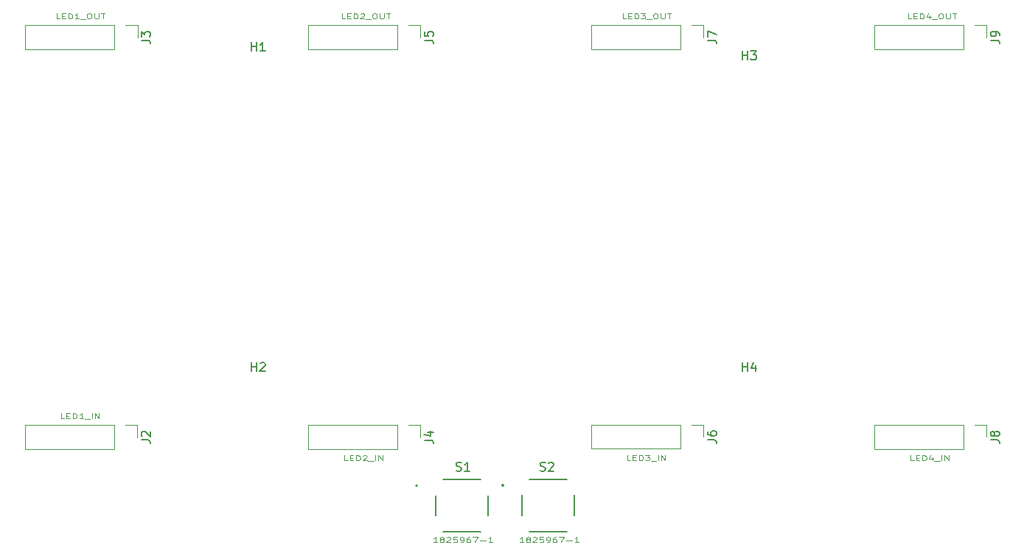
<source format=gbr>
%TF.GenerationSoftware,KiCad,Pcbnew,9.0.5*%
%TF.CreationDate,2025-11-01T23:40:51+06:00*%
%TF.ProjectId,led_matrix_array,6c65645f-6d61-4747-9269-785f61727261,1.0*%
%TF.SameCoordinates,Original*%
%TF.FileFunction,Legend,Top*%
%TF.FilePolarity,Positive*%
%FSLAX46Y46*%
G04 Gerber Fmt 4.6, Leading zero omitted, Abs format (unit mm)*
G04 Created by KiCad (PCBNEW 9.0.5) date 2025-11-01 23:40:51*
%MOMM*%
%LPD*%
G01*
G04 APERTURE LIST*
%ADD10C,0.150000*%
%ADD11C,0.100000*%
%ADD12C,0.120000*%
%ADD13C,0.127000*%
%ADD14C,0.200000*%
G04 APERTURE END LIST*
D10*
X112119693Y-110145287D02*
X112119693Y-109145287D01*
X112119693Y-109621477D02*
X112691121Y-109621477D01*
X112691121Y-110145287D02*
X112691121Y-109145287D01*
X113119693Y-109240525D02*
X113167312Y-109192906D01*
X113167312Y-109192906D02*
X113262550Y-109145287D01*
X113262550Y-109145287D02*
X113500645Y-109145287D01*
X113500645Y-109145287D02*
X113595883Y-109192906D01*
X113595883Y-109192906D02*
X113643502Y-109240525D01*
X113643502Y-109240525D02*
X113691121Y-109335763D01*
X113691121Y-109335763D02*
X113691121Y-109431001D01*
X113691121Y-109431001D02*
X113643502Y-109573858D01*
X113643502Y-109573858D02*
X113072074Y-110145287D01*
X113072074Y-110145287D02*
X113691121Y-110145287D01*
X168514436Y-110145287D02*
X168514436Y-109145287D01*
X168514436Y-109621477D02*
X169085864Y-109621477D01*
X169085864Y-110145287D02*
X169085864Y-109145287D01*
X169990626Y-109478620D02*
X169990626Y-110145287D01*
X169752531Y-109097668D02*
X169514436Y-109811953D01*
X169514436Y-109811953D02*
X170133483Y-109811953D01*
X164498410Y-72079307D02*
X165212695Y-72079307D01*
X165212695Y-72079307D02*
X165355552Y-72126926D01*
X165355552Y-72126926D02*
X165450791Y-72222164D01*
X165450791Y-72222164D02*
X165498410Y-72365021D01*
X165498410Y-72365021D02*
X165498410Y-72460259D01*
X164498410Y-71698354D02*
X164498410Y-71031688D01*
X164498410Y-71031688D02*
X165498410Y-71460259D01*
D11*
X155137142Y-69614371D02*
X154756190Y-69614371D01*
X154756190Y-69614371D02*
X154756190Y-69014371D01*
X155403809Y-69300085D02*
X155670475Y-69300085D01*
X155784761Y-69614371D02*
X155403809Y-69614371D01*
X155403809Y-69614371D02*
X155403809Y-69014371D01*
X155403809Y-69014371D02*
X155784761Y-69014371D01*
X156127619Y-69614371D02*
X156127619Y-69014371D01*
X156127619Y-69014371D02*
X156318095Y-69014371D01*
X156318095Y-69014371D02*
X156432381Y-69042942D01*
X156432381Y-69042942D02*
X156508571Y-69100085D01*
X156508571Y-69100085D02*
X156546666Y-69157228D01*
X156546666Y-69157228D02*
X156584762Y-69271514D01*
X156584762Y-69271514D02*
X156584762Y-69357228D01*
X156584762Y-69357228D02*
X156546666Y-69471514D01*
X156546666Y-69471514D02*
X156508571Y-69528657D01*
X156508571Y-69528657D02*
X156432381Y-69585800D01*
X156432381Y-69585800D02*
X156318095Y-69614371D01*
X156318095Y-69614371D02*
X156127619Y-69614371D01*
X156851428Y-69014371D02*
X157346666Y-69014371D01*
X157346666Y-69014371D02*
X157080000Y-69242942D01*
X157080000Y-69242942D02*
X157194285Y-69242942D01*
X157194285Y-69242942D02*
X157270476Y-69271514D01*
X157270476Y-69271514D02*
X157308571Y-69300085D01*
X157308571Y-69300085D02*
X157346666Y-69357228D01*
X157346666Y-69357228D02*
X157346666Y-69500085D01*
X157346666Y-69500085D02*
X157308571Y-69557228D01*
X157308571Y-69557228D02*
X157270476Y-69585800D01*
X157270476Y-69585800D02*
X157194285Y-69614371D01*
X157194285Y-69614371D02*
X156965714Y-69614371D01*
X156965714Y-69614371D02*
X156889523Y-69585800D01*
X156889523Y-69585800D02*
X156851428Y-69557228D01*
X157499048Y-69671514D02*
X158108571Y-69671514D01*
X158451429Y-69014371D02*
X158603810Y-69014371D01*
X158603810Y-69014371D02*
X158680000Y-69042942D01*
X158680000Y-69042942D02*
X158756191Y-69100085D01*
X158756191Y-69100085D02*
X158794286Y-69214371D01*
X158794286Y-69214371D02*
X158794286Y-69414371D01*
X158794286Y-69414371D02*
X158756191Y-69528657D01*
X158756191Y-69528657D02*
X158680000Y-69585800D01*
X158680000Y-69585800D02*
X158603810Y-69614371D01*
X158603810Y-69614371D02*
X158451429Y-69614371D01*
X158451429Y-69614371D02*
X158375238Y-69585800D01*
X158375238Y-69585800D02*
X158299048Y-69528657D01*
X158299048Y-69528657D02*
X158260952Y-69414371D01*
X158260952Y-69414371D02*
X158260952Y-69214371D01*
X158260952Y-69214371D02*
X158299048Y-69100085D01*
X158299048Y-69100085D02*
X158375238Y-69042942D01*
X158375238Y-69042942D02*
X158451429Y-69014371D01*
X159137143Y-69014371D02*
X159137143Y-69500085D01*
X159137143Y-69500085D02*
X159175238Y-69557228D01*
X159175238Y-69557228D02*
X159213333Y-69585800D01*
X159213333Y-69585800D02*
X159289524Y-69614371D01*
X159289524Y-69614371D02*
X159441905Y-69614371D01*
X159441905Y-69614371D02*
X159518095Y-69585800D01*
X159518095Y-69585800D02*
X159556190Y-69557228D01*
X159556190Y-69557228D02*
X159594286Y-69500085D01*
X159594286Y-69500085D02*
X159594286Y-69014371D01*
X159860952Y-69014371D02*
X160318095Y-69014371D01*
X160089523Y-69614371D02*
X160089523Y-69014371D01*
D10*
X197009151Y-118037665D02*
X197723436Y-118037665D01*
X197723436Y-118037665D02*
X197866293Y-118085284D01*
X197866293Y-118085284D02*
X197961532Y-118180522D01*
X197961532Y-118180522D02*
X198009151Y-118323379D01*
X198009151Y-118323379D02*
X198009151Y-118418617D01*
X197437722Y-117418617D02*
X197390103Y-117513855D01*
X197390103Y-117513855D02*
X197342484Y-117561474D01*
X197342484Y-117561474D02*
X197247246Y-117609093D01*
X197247246Y-117609093D02*
X197199627Y-117609093D01*
X197199627Y-117609093D02*
X197104389Y-117561474D01*
X197104389Y-117561474D02*
X197056770Y-117513855D01*
X197056770Y-117513855D02*
X197009151Y-117418617D01*
X197009151Y-117418617D02*
X197009151Y-117228141D01*
X197009151Y-117228141D02*
X197056770Y-117132903D01*
X197056770Y-117132903D02*
X197104389Y-117085284D01*
X197104389Y-117085284D02*
X197199627Y-117037665D01*
X197199627Y-117037665D02*
X197247246Y-117037665D01*
X197247246Y-117037665D02*
X197342484Y-117085284D01*
X197342484Y-117085284D02*
X197390103Y-117132903D01*
X197390103Y-117132903D02*
X197437722Y-117228141D01*
X197437722Y-117228141D02*
X197437722Y-117418617D01*
X197437722Y-117418617D02*
X197485341Y-117513855D01*
X197485341Y-117513855D02*
X197532960Y-117561474D01*
X197532960Y-117561474D02*
X197628198Y-117609093D01*
X197628198Y-117609093D02*
X197818674Y-117609093D01*
X197818674Y-117609093D02*
X197913912Y-117561474D01*
X197913912Y-117561474D02*
X197961532Y-117513855D01*
X197961532Y-117513855D02*
X198009151Y-117418617D01*
X198009151Y-117418617D02*
X198009151Y-117228141D01*
X198009151Y-117228141D02*
X197961532Y-117132903D01*
X197961532Y-117132903D02*
X197913912Y-117085284D01*
X197913912Y-117085284D02*
X197818674Y-117037665D01*
X197818674Y-117037665D02*
X197628198Y-117037665D01*
X197628198Y-117037665D02*
X197532960Y-117085284D01*
X197532960Y-117085284D02*
X197485341Y-117132903D01*
X197485341Y-117132903D02*
X197437722Y-117228141D01*
D11*
X188182476Y-120414371D02*
X187801524Y-120414371D01*
X187801524Y-120414371D02*
X187801524Y-119814371D01*
X188449143Y-120100085D02*
X188715809Y-120100085D01*
X188830095Y-120414371D02*
X188449143Y-120414371D01*
X188449143Y-120414371D02*
X188449143Y-119814371D01*
X188449143Y-119814371D02*
X188830095Y-119814371D01*
X189172953Y-120414371D02*
X189172953Y-119814371D01*
X189172953Y-119814371D02*
X189363429Y-119814371D01*
X189363429Y-119814371D02*
X189477715Y-119842942D01*
X189477715Y-119842942D02*
X189553905Y-119900085D01*
X189553905Y-119900085D02*
X189592000Y-119957228D01*
X189592000Y-119957228D02*
X189630096Y-120071514D01*
X189630096Y-120071514D02*
X189630096Y-120157228D01*
X189630096Y-120157228D02*
X189592000Y-120271514D01*
X189592000Y-120271514D02*
X189553905Y-120328657D01*
X189553905Y-120328657D02*
X189477715Y-120385800D01*
X189477715Y-120385800D02*
X189363429Y-120414371D01*
X189363429Y-120414371D02*
X189172953Y-120414371D01*
X190315810Y-120014371D02*
X190315810Y-120414371D01*
X190125334Y-119785800D02*
X189934857Y-120214371D01*
X189934857Y-120214371D02*
X190430096Y-120214371D01*
X190544382Y-120471514D02*
X191153905Y-120471514D01*
X191344382Y-120414371D02*
X191344382Y-119814371D01*
X191725334Y-120414371D02*
X191725334Y-119814371D01*
X191725334Y-119814371D02*
X192182477Y-120414371D01*
X192182477Y-120414371D02*
X192182477Y-119814371D01*
D10*
X112127091Y-73311203D02*
X112127091Y-72311203D01*
X112127091Y-72787393D02*
X112698519Y-72787393D01*
X112698519Y-73311203D02*
X112698519Y-72311203D01*
X113698519Y-73311203D02*
X113127091Y-73311203D01*
X113412805Y-73311203D02*
X113412805Y-72311203D01*
X113412805Y-72311203D02*
X113317567Y-72454060D01*
X113317567Y-72454060D02*
X113222329Y-72549298D01*
X113222329Y-72549298D02*
X113127091Y-72596917D01*
X99470816Y-118050274D02*
X100185101Y-118050274D01*
X100185101Y-118050274D02*
X100327958Y-118097893D01*
X100327958Y-118097893D02*
X100423197Y-118193131D01*
X100423197Y-118193131D02*
X100470816Y-118335988D01*
X100470816Y-118335988D02*
X100470816Y-118431226D01*
X99566054Y-117621702D02*
X99518435Y-117574083D01*
X99518435Y-117574083D02*
X99470816Y-117478845D01*
X99470816Y-117478845D02*
X99470816Y-117240750D01*
X99470816Y-117240750D02*
X99518435Y-117145512D01*
X99518435Y-117145512D02*
X99566054Y-117097893D01*
X99566054Y-117097893D02*
X99661292Y-117050274D01*
X99661292Y-117050274D02*
X99756530Y-117050274D01*
X99756530Y-117050274D02*
X99899387Y-117097893D01*
X99899387Y-117097893D02*
X100470816Y-117669321D01*
X100470816Y-117669321D02*
X100470816Y-117050274D01*
D11*
X90613418Y-115577239D02*
X90232466Y-115577239D01*
X90232466Y-115577239D02*
X90232466Y-114977239D01*
X90880085Y-115262953D02*
X91146751Y-115262953D01*
X91261037Y-115577239D02*
X90880085Y-115577239D01*
X90880085Y-115577239D02*
X90880085Y-114977239D01*
X90880085Y-114977239D02*
X91261037Y-114977239D01*
X91603895Y-115577239D02*
X91603895Y-114977239D01*
X91603895Y-114977239D02*
X91794371Y-114977239D01*
X91794371Y-114977239D02*
X91908657Y-115005810D01*
X91908657Y-115005810D02*
X91984847Y-115062953D01*
X91984847Y-115062953D02*
X92022942Y-115120096D01*
X92022942Y-115120096D02*
X92061038Y-115234382D01*
X92061038Y-115234382D02*
X92061038Y-115320096D01*
X92061038Y-115320096D02*
X92022942Y-115434382D01*
X92022942Y-115434382D02*
X91984847Y-115491525D01*
X91984847Y-115491525D02*
X91908657Y-115548668D01*
X91908657Y-115548668D02*
X91794371Y-115577239D01*
X91794371Y-115577239D02*
X91603895Y-115577239D01*
X92822942Y-115577239D02*
X92365799Y-115577239D01*
X92594371Y-115577239D02*
X92594371Y-114977239D01*
X92594371Y-114977239D02*
X92518180Y-115062953D01*
X92518180Y-115062953D02*
X92441990Y-115120096D01*
X92441990Y-115120096D02*
X92365799Y-115148668D01*
X92975324Y-115634382D02*
X93584847Y-115634382D01*
X93775324Y-115577239D02*
X93775324Y-114977239D01*
X94156276Y-115577239D02*
X94156276Y-114977239D01*
X94156276Y-114977239D02*
X94613419Y-115577239D01*
X94613419Y-115577239D02*
X94613419Y-114977239D01*
D10*
X135636095Y-121565200D02*
X135778952Y-121612819D01*
X135778952Y-121612819D02*
X136017047Y-121612819D01*
X136017047Y-121612819D02*
X136112285Y-121565200D01*
X136112285Y-121565200D02*
X136159904Y-121517580D01*
X136159904Y-121517580D02*
X136207523Y-121422342D01*
X136207523Y-121422342D02*
X136207523Y-121327104D01*
X136207523Y-121327104D02*
X136159904Y-121231866D01*
X136159904Y-121231866D02*
X136112285Y-121184247D01*
X136112285Y-121184247D02*
X136017047Y-121136628D01*
X136017047Y-121136628D02*
X135826571Y-121089009D01*
X135826571Y-121089009D02*
X135731333Y-121041390D01*
X135731333Y-121041390D02*
X135683714Y-120993771D01*
X135683714Y-120993771D02*
X135636095Y-120898533D01*
X135636095Y-120898533D02*
X135636095Y-120803295D01*
X135636095Y-120803295D02*
X135683714Y-120708057D01*
X135683714Y-120708057D02*
X135731333Y-120660438D01*
X135731333Y-120660438D02*
X135826571Y-120612819D01*
X135826571Y-120612819D02*
X136064666Y-120612819D01*
X136064666Y-120612819D02*
X136207523Y-120660438D01*
X137159904Y-121612819D02*
X136588476Y-121612819D01*
X136874190Y-121612819D02*
X136874190Y-120612819D01*
X136874190Y-120612819D02*
X136778952Y-120755676D01*
X136778952Y-120755676D02*
X136683714Y-120850914D01*
X136683714Y-120850914D02*
X136588476Y-120898533D01*
D11*
X133464665Y-129812371D02*
X133007522Y-129812371D01*
X133236094Y-129812371D02*
X133236094Y-129212371D01*
X133236094Y-129212371D02*
X133159903Y-129298085D01*
X133159903Y-129298085D02*
X133083713Y-129355228D01*
X133083713Y-129355228D02*
X133007522Y-129383800D01*
X133921808Y-129469514D02*
X133845618Y-129440942D01*
X133845618Y-129440942D02*
X133807523Y-129412371D01*
X133807523Y-129412371D02*
X133769427Y-129355228D01*
X133769427Y-129355228D02*
X133769427Y-129326657D01*
X133769427Y-129326657D02*
X133807523Y-129269514D01*
X133807523Y-129269514D02*
X133845618Y-129240942D01*
X133845618Y-129240942D02*
X133921808Y-129212371D01*
X133921808Y-129212371D02*
X134074189Y-129212371D01*
X134074189Y-129212371D02*
X134150380Y-129240942D01*
X134150380Y-129240942D02*
X134188475Y-129269514D01*
X134188475Y-129269514D02*
X134226570Y-129326657D01*
X134226570Y-129326657D02*
X134226570Y-129355228D01*
X134226570Y-129355228D02*
X134188475Y-129412371D01*
X134188475Y-129412371D02*
X134150380Y-129440942D01*
X134150380Y-129440942D02*
X134074189Y-129469514D01*
X134074189Y-129469514D02*
X133921808Y-129469514D01*
X133921808Y-129469514D02*
X133845618Y-129498085D01*
X133845618Y-129498085D02*
X133807523Y-129526657D01*
X133807523Y-129526657D02*
X133769427Y-129583800D01*
X133769427Y-129583800D02*
X133769427Y-129698085D01*
X133769427Y-129698085D02*
X133807523Y-129755228D01*
X133807523Y-129755228D02*
X133845618Y-129783800D01*
X133845618Y-129783800D02*
X133921808Y-129812371D01*
X133921808Y-129812371D02*
X134074189Y-129812371D01*
X134074189Y-129812371D02*
X134150380Y-129783800D01*
X134150380Y-129783800D02*
X134188475Y-129755228D01*
X134188475Y-129755228D02*
X134226570Y-129698085D01*
X134226570Y-129698085D02*
X134226570Y-129583800D01*
X134226570Y-129583800D02*
X134188475Y-129526657D01*
X134188475Y-129526657D02*
X134150380Y-129498085D01*
X134150380Y-129498085D02*
X134074189Y-129469514D01*
X134531332Y-129269514D02*
X134569428Y-129240942D01*
X134569428Y-129240942D02*
X134645618Y-129212371D01*
X134645618Y-129212371D02*
X134836094Y-129212371D01*
X134836094Y-129212371D02*
X134912285Y-129240942D01*
X134912285Y-129240942D02*
X134950380Y-129269514D01*
X134950380Y-129269514D02*
X134988475Y-129326657D01*
X134988475Y-129326657D02*
X134988475Y-129383800D01*
X134988475Y-129383800D02*
X134950380Y-129469514D01*
X134950380Y-129469514D02*
X134493237Y-129812371D01*
X134493237Y-129812371D02*
X134988475Y-129812371D01*
X135712285Y-129212371D02*
X135331333Y-129212371D01*
X135331333Y-129212371D02*
X135293237Y-129498085D01*
X135293237Y-129498085D02*
X135331333Y-129469514D01*
X135331333Y-129469514D02*
X135407523Y-129440942D01*
X135407523Y-129440942D02*
X135597999Y-129440942D01*
X135597999Y-129440942D02*
X135674190Y-129469514D01*
X135674190Y-129469514D02*
X135712285Y-129498085D01*
X135712285Y-129498085D02*
X135750380Y-129555228D01*
X135750380Y-129555228D02*
X135750380Y-129698085D01*
X135750380Y-129698085D02*
X135712285Y-129755228D01*
X135712285Y-129755228D02*
X135674190Y-129783800D01*
X135674190Y-129783800D02*
X135597999Y-129812371D01*
X135597999Y-129812371D02*
X135407523Y-129812371D01*
X135407523Y-129812371D02*
X135331333Y-129783800D01*
X135331333Y-129783800D02*
X135293237Y-129755228D01*
X136131333Y-129812371D02*
X136283714Y-129812371D01*
X136283714Y-129812371D02*
X136359904Y-129783800D01*
X136359904Y-129783800D02*
X136398000Y-129755228D01*
X136398000Y-129755228D02*
X136474190Y-129669514D01*
X136474190Y-129669514D02*
X136512285Y-129555228D01*
X136512285Y-129555228D02*
X136512285Y-129326657D01*
X136512285Y-129326657D02*
X136474190Y-129269514D01*
X136474190Y-129269514D02*
X136436095Y-129240942D01*
X136436095Y-129240942D02*
X136359904Y-129212371D01*
X136359904Y-129212371D02*
X136207523Y-129212371D01*
X136207523Y-129212371D02*
X136131333Y-129240942D01*
X136131333Y-129240942D02*
X136093238Y-129269514D01*
X136093238Y-129269514D02*
X136055142Y-129326657D01*
X136055142Y-129326657D02*
X136055142Y-129469514D01*
X136055142Y-129469514D02*
X136093238Y-129526657D01*
X136093238Y-129526657D02*
X136131333Y-129555228D01*
X136131333Y-129555228D02*
X136207523Y-129583800D01*
X136207523Y-129583800D02*
X136359904Y-129583800D01*
X136359904Y-129583800D02*
X136436095Y-129555228D01*
X136436095Y-129555228D02*
X136474190Y-129526657D01*
X136474190Y-129526657D02*
X136512285Y-129469514D01*
X137198000Y-129212371D02*
X137045619Y-129212371D01*
X137045619Y-129212371D02*
X136969428Y-129240942D01*
X136969428Y-129240942D02*
X136931333Y-129269514D01*
X136931333Y-129269514D02*
X136855143Y-129355228D01*
X136855143Y-129355228D02*
X136817047Y-129469514D01*
X136817047Y-129469514D02*
X136817047Y-129698085D01*
X136817047Y-129698085D02*
X136855143Y-129755228D01*
X136855143Y-129755228D02*
X136893238Y-129783800D01*
X136893238Y-129783800D02*
X136969428Y-129812371D01*
X136969428Y-129812371D02*
X137121809Y-129812371D01*
X137121809Y-129812371D02*
X137198000Y-129783800D01*
X137198000Y-129783800D02*
X137236095Y-129755228D01*
X137236095Y-129755228D02*
X137274190Y-129698085D01*
X137274190Y-129698085D02*
X137274190Y-129555228D01*
X137274190Y-129555228D02*
X137236095Y-129498085D01*
X137236095Y-129498085D02*
X137198000Y-129469514D01*
X137198000Y-129469514D02*
X137121809Y-129440942D01*
X137121809Y-129440942D02*
X136969428Y-129440942D01*
X136969428Y-129440942D02*
X136893238Y-129469514D01*
X136893238Y-129469514D02*
X136855143Y-129498085D01*
X136855143Y-129498085D02*
X136817047Y-129555228D01*
X137540857Y-129212371D02*
X138074191Y-129212371D01*
X138074191Y-129212371D02*
X137731333Y-129812371D01*
X138378953Y-129583800D02*
X138988477Y-129583800D01*
X139788476Y-129812371D02*
X139331333Y-129812371D01*
X139559905Y-129812371D02*
X139559905Y-129212371D01*
X139559905Y-129212371D02*
X139483714Y-129298085D01*
X139483714Y-129298085D02*
X139407524Y-129355228D01*
X139407524Y-129355228D02*
X139331333Y-129383800D01*
D10*
X131988371Y-118053306D02*
X132702656Y-118053306D01*
X132702656Y-118053306D02*
X132845513Y-118100925D01*
X132845513Y-118100925D02*
X132940752Y-118196163D01*
X132940752Y-118196163D02*
X132988371Y-118339020D01*
X132988371Y-118339020D02*
X132988371Y-118434258D01*
X132321704Y-117148544D02*
X132988371Y-117148544D01*
X131940752Y-117386639D02*
X132655037Y-117624734D01*
X132655037Y-117624734D02*
X132655037Y-117005687D01*
D11*
X123158476Y-120414371D02*
X122777524Y-120414371D01*
X122777524Y-120414371D02*
X122777524Y-119814371D01*
X123425143Y-120100085D02*
X123691809Y-120100085D01*
X123806095Y-120414371D02*
X123425143Y-120414371D01*
X123425143Y-120414371D02*
X123425143Y-119814371D01*
X123425143Y-119814371D02*
X123806095Y-119814371D01*
X124148953Y-120414371D02*
X124148953Y-119814371D01*
X124148953Y-119814371D02*
X124339429Y-119814371D01*
X124339429Y-119814371D02*
X124453715Y-119842942D01*
X124453715Y-119842942D02*
X124529905Y-119900085D01*
X124529905Y-119900085D02*
X124568000Y-119957228D01*
X124568000Y-119957228D02*
X124606096Y-120071514D01*
X124606096Y-120071514D02*
X124606096Y-120157228D01*
X124606096Y-120157228D02*
X124568000Y-120271514D01*
X124568000Y-120271514D02*
X124529905Y-120328657D01*
X124529905Y-120328657D02*
X124453715Y-120385800D01*
X124453715Y-120385800D02*
X124339429Y-120414371D01*
X124339429Y-120414371D02*
X124148953Y-120414371D01*
X124910857Y-119871514D02*
X124948953Y-119842942D01*
X124948953Y-119842942D02*
X125025143Y-119814371D01*
X125025143Y-119814371D02*
X125215619Y-119814371D01*
X125215619Y-119814371D02*
X125291810Y-119842942D01*
X125291810Y-119842942D02*
X125329905Y-119871514D01*
X125329905Y-119871514D02*
X125368000Y-119928657D01*
X125368000Y-119928657D02*
X125368000Y-119985800D01*
X125368000Y-119985800D02*
X125329905Y-120071514D01*
X125329905Y-120071514D02*
X124872762Y-120414371D01*
X124872762Y-120414371D02*
X125368000Y-120414371D01*
X125520382Y-120471514D02*
X126129905Y-120471514D01*
X126320382Y-120414371D02*
X126320382Y-119814371D01*
X126701334Y-120414371D02*
X126701334Y-119814371D01*
X126701334Y-119814371D02*
X127158477Y-120414371D01*
X127158477Y-120414371D02*
X127158477Y-119814371D01*
D10*
X168514436Y-74328516D02*
X168514436Y-73328516D01*
X168514436Y-73804706D02*
X169085864Y-73804706D01*
X169085864Y-74328516D02*
X169085864Y-73328516D01*
X169466817Y-73328516D02*
X170085864Y-73328516D01*
X170085864Y-73328516D02*
X169752531Y-73709468D01*
X169752531Y-73709468D02*
X169895388Y-73709468D01*
X169895388Y-73709468D02*
X169990626Y-73757087D01*
X169990626Y-73757087D02*
X170038245Y-73804706D01*
X170038245Y-73804706D02*
X170085864Y-73899944D01*
X170085864Y-73899944D02*
X170085864Y-74138039D01*
X170085864Y-74138039D02*
X170038245Y-74233277D01*
X170038245Y-74233277D02*
X169990626Y-74280897D01*
X169990626Y-74280897D02*
X169895388Y-74328516D01*
X169895388Y-74328516D02*
X169609674Y-74328516D01*
X169609674Y-74328516D02*
X169514436Y-74280897D01*
X169514436Y-74280897D02*
X169466817Y-74233277D01*
X131988371Y-72079307D02*
X132702656Y-72079307D01*
X132702656Y-72079307D02*
X132845513Y-72126926D01*
X132845513Y-72126926D02*
X132940752Y-72222164D01*
X132940752Y-72222164D02*
X132988371Y-72365021D01*
X132988371Y-72365021D02*
X132988371Y-72460259D01*
X131988371Y-71126926D02*
X131988371Y-71603116D01*
X131988371Y-71603116D02*
X132464561Y-71650735D01*
X132464561Y-71650735D02*
X132416942Y-71603116D01*
X132416942Y-71603116D02*
X132369323Y-71507878D01*
X132369323Y-71507878D02*
X132369323Y-71269783D01*
X132369323Y-71269783D02*
X132416942Y-71174545D01*
X132416942Y-71174545D02*
X132464561Y-71126926D01*
X132464561Y-71126926D02*
X132559799Y-71079307D01*
X132559799Y-71079307D02*
X132797894Y-71079307D01*
X132797894Y-71079307D02*
X132893132Y-71126926D01*
X132893132Y-71126926D02*
X132940752Y-71174545D01*
X132940752Y-71174545D02*
X132988371Y-71269783D01*
X132988371Y-71269783D02*
X132988371Y-71507878D01*
X132988371Y-71507878D02*
X132940752Y-71603116D01*
X132940752Y-71603116D02*
X132893132Y-71650735D01*
D11*
X122879142Y-69614371D02*
X122498190Y-69614371D01*
X122498190Y-69614371D02*
X122498190Y-69014371D01*
X123145809Y-69300085D02*
X123412475Y-69300085D01*
X123526761Y-69614371D02*
X123145809Y-69614371D01*
X123145809Y-69614371D02*
X123145809Y-69014371D01*
X123145809Y-69014371D02*
X123526761Y-69014371D01*
X123869619Y-69614371D02*
X123869619Y-69014371D01*
X123869619Y-69014371D02*
X124060095Y-69014371D01*
X124060095Y-69014371D02*
X124174381Y-69042942D01*
X124174381Y-69042942D02*
X124250571Y-69100085D01*
X124250571Y-69100085D02*
X124288666Y-69157228D01*
X124288666Y-69157228D02*
X124326762Y-69271514D01*
X124326762Y-69271514D02*
X124326762Y-69357228D01*
X124326762Y-69357228D02*
X124288666Y-69471514D01*
X124288666Y-69471514D02*
X124250571Y-69528657D01*
X124250571Y-69528657D02*
X124174381Y-69585800D01*
X124174381Y-69585800D02*
X124060095Y-69614371D01*
X124060095Y-69614371D02*
X123869619Y-69614371D01*
X124631523Y-69071514D02*
X124669619Y-69042942D01*
X124669619Y-69042942D02*
X124745809Y-69014371D01*
X124745809Y-69014371D02*
X124936285Y-69014371D01*
X124936285Y-69014371D02*
X125012476Y-69042942D01*
X125012476Y-69042942D02*
X125050571Y-69071514D01*
X125050571Y-69071514D02*
X125088666Y-69128657D01*
X125088666Y-69128657D02*
X125088666Y-69185800D01*
X125088666Y-69185800D02*
X125050571Y-69271514D01*
X125050571Y-69271514D02*
X124593428Y-69614371D01*
X124593428Y-69614371D02*
X125088666Y-69614371D01*
X125241048Y-69671514D02*
X125850571Y-69671514D01*
X126193429Y-69014371D02*
X126345810Y-69014371D01*
X126345810Y-69014371D02*
X126422000Y-69042942D01*
X126422000Y-69042942D02*
X126498191Y-69100085D01*
X126498191Y-69100085D02*
X126536286Y-69214371D01*
X126536286Y-69214371D02*
X126536286Y-69414371D01*
X126536286Y-69414371D02*
X126498191Y-69528657D01*
X126498191Y-69528657D02*
X126422000Y-69585800D01*
X126422000Y-69585800D02*
X126345810Y-69614371D01*
X126345810Y-69614371D02*
X126193429Y-69614371D01*
X126193429Y-69614371D02*
X126117238Y-69585800D01*
X126117238Y-69585800D02*
X126041048Y-69528657D01*
X126041048Y-69528657D02*
X126002952Y-69414371D01*
X126002952Y-69414371D02*
X126002952Y-69214371D01*
X126002952Y-69214371D02*
X126041048Y-69100085D01*
X126041048Y-69100085D02*
X126117238Y-69042942D01*
X126117238Y-69042942D02*
X126193429Y-69014371D01*
X126879143Y-69014371D02*
X126879143Y-69500085D01*
X126879143Y-69500085D02*
X126917238Y-69557228D01*
X126917238Y-69557228D02*
X126955333Y-69585800D01*
X126955333Y-69585800D02*
X127031524Y-69614371D01*
X127031524Y-69614371D02*
X127183905Y-69614371D01*
X127183905Y-69614371D02*
X127260095Y-69585800D01*
X127260095Y-69585800D02*
X127298190Y-69557228D01*
X127298190Y-69557228D02*
X127336286Y-69500085D01*
X127336286Y-69500085D02*
X127336286Y-69014371D01*
X127602952Y-69014371D02*
X128060095Y-69014371D01*
X127831523Y-69614371D02*
X127831523Y-69014371D01*
D10*
X145288095Y-121565200D02*
X145430952Y-121612819D01*
X145430952Y-121612819D02*
X145669047Y-121612819D01*
X145669047Y-121612819D02*
X145764285Y-121565200D01*
X145764285Y-121565200D02*
X145811904Y-121517580D01*
X145811904Y-121517580D02*
X145859523Y-121422342D01*
X145859523Y-121422342D02*
X145859523Y-121327104D01*
X145859523Y-121327104D02*
X145811904Y-121231866D01*
X145811904Y-121231866D02*
X145764285Y-121184247D01*
X145764285Y-121184247D02*
X145669047Y-121136628D01*
X145669047Y-121136628D02*
X145478571Y-121089009D01*
X145478571Y-121089009D02*
X145383333Y-121041390D01*
X145383333Y-121041390D02*
X145335714Y-120993771D01*
X145335714Y-120993771D02*
X145288095Y-120898533D01*
X145288095Y-120898533D02*
X145288095Y-120803295D01*
X145288095Y-120803295D02*
X145335714Y-120708057D01*
X145335714Y-120708057D02*
X145383333Y-120660438D01*
X145383333Y-120660438D02*
X145478571Y-120612819D01*
X145478571Y-120612819D02*
X145716666Y-120612819D01*
X145716666Y-120612819D02*
X145859523Y-120660438D01*
X146240476Y-120708057D02*
X146288095Y-120660438D01*
X146288095Y-120660438D02*
X146383333Y-120612819D01*
X146383333Y-120612819D02*
X146621428Y-120612819D01*
X146621428Y-120612819D02*
X146716666Y-120660438D01*
X146716666Y-120660438D02*
X146764285Y-120708057D01*
X146764285Y-120708057D02*
X146811904Y-120803295D01*
X146811904Y-120803295D02*
X146811904Y-120898533D01*
X146811904Y-120898533D02*
X146764285Y-121041390D01*
X146764285Y-121041390D02*
X146192857Y-121612819D01*
X146192857Y-121612819D02*
X146811904Y-121612819D01*
D11*
X143370665Y-129812371D02*
X142913522Y-129812371D01*
X143142094Y-129812371D02*
X143142094Y-129212371D01*
X143142094Y-129212371D02*
X143065903Y-129298085D01*
X143065903Y-129298085D02*
X142989713Y-129355228D01*
X142989713Y-129355228D02*
X142913522Y-129383800D01*
X143827808Y-129469514D02*
X143751618Y-129440942D01*
X143751618Y-129440942D02*
X143713523Y-129412371D01*
X143713523Y-129412371D02*
X143675427Y-129355228D01*
X143675427Y-129355228D02*
X143675427Y-129326657D01*
X143675427Y-129326657D02*
X143713523Y-129269514D01*
X143713523Y-129269514D02*
X143751618Y-129240942D01*
X143751618Y-129240942D02*
X143827808Y-129212371D01*
X143827808Y-129212371D02*
X143980189Y-129212371D01*
X143980189Y-129212371D02*
X144056380Y-129240942D01*
X144056380Y-129240942D02*
X144094475Y-129269514D01*
X144094475Y-129269514D02*
X144132570Y-129326657D01*
X144132570Y-129326657D02*
X144132570Y-129355228D01*
X144132570Y-129355228D02*
X144094475Y-129412371D01*
X144094475Y-129412371D02*
X144056380Y-129440942D01*
X144056380Y-129440942D02*
X143980189Y-129469514D01*
X143980189Y-129469514D02*
X143827808Y-129469514D01*
X143827808Y-129469514D02*
X143751618Y-129498085D01*
X143751618Y-129498085D02*
X143713523Y-129526657D01*
X143713523Y-129526657D02*
X143675427Y-129583800D01*
X143675427Y-129583800D02*
X143675427Y-129698085D01*
X143675427Y-129698085D02*
X143713523Y-129755228D01*
X143713523Y-129755228D02*
X143751618Y-129783800D01*
X143751618Y-129783800D02*
X143827808Y-129812371D01*
X143827808Y-129812371D02*
X143980189Y-129812371D01*
X143980189Y-129812371D02*
X144056380Y-129783800D01*
X144056380Y-129783800D02*
X144094475Y-129755228D01*
X144094475Y-129755228D02*
X144132570Y-129698085D01*
X144132570Y-129698085D02*
X144132570Y-129583800D01*
X144132570Y-129583800D02*
X144094475Y-129526657D01*
X144094475Y-129526657D02*
X144056380Y-129498085D01*
X144056380Y-129498085D02*
X143980189Y-129469514D01*
X144437332Y-129269514D02*
X144475428Y-129240942D01*
X144475428Y-129240942D02*
X144551618Y-129212371D01*
X144551618Y-129212371D02*
X144742094Y-129212371D01*
X144742094Y-129212371D02*
X144818285Y-129240942D01*
X144818285Y-129240942D02*
X144856380Y-129269514D01*
X144856380Y-129269514D02*
X144894475Y-129326657D01*
X144894475Y-129326657D02*
X144894475Y-129383800D01*
X144894475Y-129383800D02*
X144856380Y-129469514D01*
X144856380Y-129469514D02*
X144399237Y-129812371D01*
X144399237Y-129812371D02*
X144894475Y-129812371D01*
X145618285Y-129212371D02*
X145237333Y-129212371D01*
X145237333Y-129212371D02*
X145199237Y-129498085D01*
X145199237Y-129498085D02*
X145237333Y-129469514D01*
X145237333Y-129469514D02*
X145313523Y-129440942D01*
X145313523Y-129440942D02*
X145503999Y-129440942D01*
X145503999Y-129440942D02*
X145580190Y-129469514D01*
X145580190Y-129469514D02*
X145618285Y-129498085D01*
X145618285Y-129498085D02*
X145656380Y-129555228D01*
X145656380Y-129555228D02*
X145656380Y-129698085D01*
X145656380Y-129698085D02*
X145618285Y-129755228D01*
X145618285Y-129755228D02*
X145580190Y-129783800D01*
X145580190Y-129783800D02*
X145503999Y-129812371D01*
X145503999Y-129812371D02*
X145313523Y-129812371D01*
X145313523Y-129812371D02*
X145237333Y-129783800D01*
X145237333Y-129783800D02*
X145199237Y-129755228D01*
X146037333Y-129812371D02*
X146189714Y-129812371D01*
X146189714Y-129812371D02*
X146265904Y-129783800D01*
X146265904Y-129783800D02*
X146304000Y-129755228D01*
X146304000Y-129755228D02*
X146380190Y-129669514D01*
X146380190Y-129669514D02*
X146418285Y-129555228D01*
X146418285Y-129555228D02*
X146418285Y-129326657D01*
X146418285Y-129326657D02*
X146380190Y-129269514D01*
X146380190Y-129269514D02*
X146342095Y-129240942D01*
X146342095Y-129240942D02*
X146265904Y-129212371D01*
X146265904Y-129212371D02*
X146113523Y-129212371D01*
X146113523Y-129212371D02*
X146037333Y-129240942D01*
X146037333Y-129240942D02*
X145999238Y-129269514D01*
X145999238Y-129269514D02*
X145961142Y-129326657D01*
X145961142Y-129326657D02*
X145961142Y-129469514D01*
X145961142Y-129469514D02*
X145999238Y-129526657D01*
X145999238Y-129526657D02*
X146037333Y-129555228D01*
X146037333Y-129555228D02*
X146113523Y-129583800D01*
X146113523Y-129583800D02*
X146265904Y-129583800D01*
X146265904Y-129583800D02*
X146342095Y-129555228D01*
X146342095Y-129555228D02*
X146380190Y-129526657D01*
X146380190Y-129526657D02*
X146418285Y-129469514D01*
X147104000Y-129212371D02*
X146951619Y-129212371D01*
X146951619Y-129212371D02*
X146875428Y-129240942D01*
X146875428Y-129240942D02*
X146837333Y-129269514D01*
X146837333Y-129269514D02*
X146761143Y-129355228D01*
X146761143Y-129355228D02*
X146723047Y-129469514D01*
X146723047Y-129469514D02*
X146723047Y-129698085D01*
X146723047Y-129698085D02*
X146761143Y-129755228D01*
X146761143Y-129755228D02*
X146799238Y-129783800D01*
X146799238Y-129783800D02*
X146875428Y-129812371D01*
X146875428Y-129812371D02*
X147027809Y-129812371D01*
X147027809Y-129812371D02*
X147104000Y-129783800D01*
X147104000Y-129783800D02*
X147142095Y-129755228D01*
X147142095Y-129755228D02*
X147180190Y-129698085D01*
X147180190Y-129698085D02*
X147180190Y-129555228D01*
X147180190Y-129555228D02*
X147142095Y-129498085D01*
X147142095Y-129498085D02*
X147104000Y-129469514D01*
X147104000Y-129469514D02*
X147027809Y-129440942D01*
X147027809Y-129440942D02*
X146875428Y-129440942D01*
X146875428Y-129440942D02*
X146799238Y-129469514D01*
X146799238Y-129469514D02*
X146761143Y-129498085D01*
X146761143Y-129498085D02*
X146723047Y-129555228D01*
X147446857Y-129212371D02*
X147980191Y-129212371D01*
X147980191Y-129212371D02*
X147637333Y-129812371D01*
X148284953Y-129583800D02*
X148894477Y-129583800D01*
X149694476Y-129812371D02*
X149237333Y-129812371D01*
X149465905Y-129812371D02*
X149465905Y-129212371D01*
X149465905Y-129212371D02*
X149389714Y-129298085D01*
X149389714Y-129298085D02*
X149313524Y-129355228D01*
X149313524Y-129355228D02*
X149237333Y-129383800D01*
D10*
X197009151Y-72079307D02*
X197723436Y-72079307D01*
X197723436Y-72079307D02*
X197866293Y-72126926D01*
X197866293Y-72126926D02*
X197961532Y-72222164D01*
X197961532Y-72222164D02*
X198009151Y-72365021D01*
X198009151Y-72365021D02*
X198009151Y-72460259D01*
X198009151Y-71555497D02*
X198009151Y-71365021D01*
X198009151Y-71365021D02*
X197961532Y-71269783D01*
X197961532Y-71269783D02*
X197913912Y-71222164D01*
X197913912Y-71222164D02*
X197771055Y-71126926D01*
X197771055Y-71126926D02*
X197580579Y-71079307D01*
X197580579Y-71079307D02*
X197199627Y-71079307D01*
X197199627Y-71079307D02*
X197104389Y-71126926D01*
X197104389Y-71126926D02*
X197056770Y-71174545D01*
X197056770Y-71174545D02*
X197009151Y-71269783D01*
X197009151Y-71269783D02*
X197009151Y-71460259D01*
X197009151Y-71460259D02*
X197056770Y-71555497D01*
X197056770Y-71555497D02*
X197104389Y-71603116D01*
X197104389Y-71603116D02*
X197199627Y-71650735D01*
X197199627Y-71650735D02*
X197437722Y-71650735D01*
X197437722Y-71650735D02*
X197532960Y-71603116D01*
X197532960Y-71603116D02*
X197580579Y-71555497D01*
X197580579Y-71555497D02*
X197628198Y-71460259D01*
X197628198Y-71460259D02*
X197628198Y-71269783D01*
X197628198Y-71269783D02*
X197580579Y-71174545D01*
X197580579Y-71174545D02*
X197532960Y-71126926D01*
X197532960Y-71126926D02*
X197437722Y-71079307D01*
D11*
X187903142Y-69614371D02*
X187522190Y-69614371D01*
X187522190Y-69614371D02*
X187522190Y-69014371D01*
X188169809Y-69300085D02*
X188436475Y-69300085D01*
X188550761Y-69614371D02*
X188169809Y-69614371D01*
X188169809Y-69614371D02*
X188169809Y-69014371D01*
X188169809Y-69014371D02*
X188550761Y-69014371D01*
X188893619Y-69614371D02*
X188893619Y-69014371D01*
X188893619Y-69014371D02*
X189084095Y-69014371D01*
X189084095Y-69014371D02*
X189198381Y-69042942D01*
X189198381Y-69042942D02*
X189274571Y-69100085D01*
X189274571Y-69100085D02*
X189312666Y-69157228D01*
X189312666Y-69157228D02*
X189350762Y-69271514D01*
X189350762Y-69271514D02*
X189350762Y-69357228D01*
X189350762Y-69357228D02*
X189312666Y-69471514D01*
X189312666Y-69471514D02*
X189274571Y-69528657D01*
X189274571Y-69528657D02*
X189198381Y-69585800D01*
X189198381Y-69585800D02*
X189084095Y-69614371D01*
X189084095Y-69614371D02*
X188893619Y-69614371D01*
X190036476Y-69214371D02*
X190036476Y-69614371D01*
X189846000Y-68985800D02*
X189655523Y-69414371D01*
X189655523Y-69414371D02*
X190150762Y-69414371D01*
X190265048Y-69671514D02*
X190874571Y-69671514D01*
X191217429Y-69014371D02*
X191369810Y-69014371D01*
X191369810Y-69014371D02*
X191446000Y-69042942D01*
X191446000Y-69042942D02*
X191522191Y-69100085D01*
X191522191Y-69100085D02*
X191560286Y-69214371D01*
X191560286Y-69214371D02*
X191560286Y-69414371D01*
X191560286Y-69414371D02*
X191522191Y-69528657D01*
X191522191Y-69528657D02*
X191446000Y-69585800D01*
X191446000Y-69585800D02*
X191369810Y-69614371D01*
X191369810Y-69614371D02*
X191217429Y-69614371D01*
X191217429Y-69614371D02*
X191141238Y-69585800D01*
X191141238Y-69585800D02*
X191065048Y-69528657D01*
X191065048Y-69528657D02*
X191026952Y-69414371D01*
X191026952Y-69414371D02*
X191026952Y-69214371D01*
X191026952Y-69214371D02*
X191065048Y-69100085D01*
X191065048Y-69100085D02*
X191141238Y-69042942D01*
X191141238Y-69042942D02*
X191217429Y-69014371D01*
X191903143Y-69014371D02*
X191903143Y-69500085D01*
X191903143Y-69500085D02*
X191941238Y-69557228D01*
X191941238Y-69557228D02*
X191979333Y-69585800D01*
X191979333Y-69585800D02*
X192055524Y-69614371D01*
X192055524Y-69614371D02*
X192207905Y-69614371D01*
X192207905Y-69614371D02*
X192284095Y-69585800D01*
X192284095Y-69585800D02*
X192322190Y-69557228D01*
X192322190Y-69557228D02*
X192360286Y-69500085D01*
X192360286Y-69500085D02*
X192360286Y-69014371D01*
X192626952Y-69014371D02*
X193084095Y-69014371D01*
X192855523Y-69614371D02*
X192855523Y-69014371D01*
D10*
X99484363Y-72079307D02*
X100198648Y-72079307D01*
X100198648Y-72079307D02*
X100341505Y-72126926D01*
X100341505Y-72126926D02*
X100436744Y-72222164D01*
X100436744Y-72222164D02*
X100484363Y-72365021D01*
X100484363Y-72365021D02*
X100484363Y-72460259D01*
X99484363Y-71698354D02*
X99484363Y-71079307D01*
X99484363Y-71079307D02*
X99865315Y-71412640D01*
X99865315Y-71412640D02*
X99865315Y-71269783D01*
X99865315Y-71269783D02*
X99912934Y-71174545D01*
X99912934Y-71174545D02*
X99960553Y-71126926D01*
X99960553Y-71126926D02*
X100055791Y-71079307D01*
X100055791Y-71079307D02*
X100293886Y-71079307D01*
X100293886Y-71079307D02*
X100389124Y-71126926D01*
X100389124Y-71126926D02*
X100436744Y-71174545D01*
X100436744Y-71174545D02*
X100484363Y-71269783D01*
X100484363Y-71269783D02*
X100484363Y-71555497D01*
X100484363Y-71555497D02*
X100436744Y-71650735D01*
X100436744Y-71650735D02*
X100389124Y-71698354D01*
D11*
X90097895Y-69612650D02*
X89716943Y-69612650D01*
X89716943Y-69612650D02*
X89716943Y-69012650D01*
X90364562Y-69298364D02*
X90631228Y-69298364D01*
X90745514Y-69612650D02*
X90364562Y-69612650D01*
X90364562Y-69612650D02*
X90364562Y-69012650D01*
X90364562Y-69012650D02*
X90745514Y-69012650D01*
X91088372Y-69612650D02*
X91088372Y-69012650D01*
X91088372Y-69012650D02*
X91278848Y-69012650D01*
X91278848Y-69012650D02*
X91393134Y-69041221D01*
X91393134Y-69041221D02*
X91469324Y-69098364D01*
X91469324Y-69098364D02*
X91507419Y-69155507D01*
X91507419Y-69155507D02*
X91545515Y-69269793D01*
X91545515Y-69269793D02*
X91545515Y-69355507D01*
X91545515Y-69355507D02*
X91507419Y-69469793D01*
X91507419Y-69469793D02*
X91469324Y-69526936D01*
X91469324Y-69526936D02*
X91393134Y-69584079D01*
X91393134Y-69584079D02*
X91278848Y-69612650D01*
X91278848Y-69612650D02*
X91088372Y-69612650D01*
X92307419Y-69612650D02*
X91850276Y-69612650D01*
X92078848Y-69612650D02*
X92078848Y-69012650D01*
X92078848Y-69012650D02*
X92002657Y-69098364D01*
X92002657Y-69098364D02*
X91926467Y-69155507D01*
X91926467Y-69155507D02*
X91850276Y-69184079D01*
X92459801Y-69669793D02*
X93069324Y-69669793D01*
X93412182Y-69012650D02*
X93564563Y-69012650D01*
X93564563Y-69012650D02*
X93640753Y-69041221D01*
X93640753Y-69041221D02*
X93716944Y-69098364D01*
X93716944Y-69098364D02*
X93755039Y-69212650D01*
X93755039Y-69212650D02*
X93755039Y-69412650D01*
X93755039Y-69412650D02*
X93716944Y-69526936D01*
X93716944Y-69526936D02*
X93640753Y-69584079D01*
X93640753Y-69584079D02*
X93564563Y-69612650D01*
X93564563Y-69612650D02*
X93412182Y-69612650D01*
X93412182Y-69612650D02*
X93335991Y-69584079D01*
X93335991Y-69584079D02*
X93259801Y-69526936D01*
X93259801Y-69526936D02*
X93221705Y-69412650D01*
X93221705Y-69412650D02*
X93221705Y-69212650D01*
X93221705Y-69212650D02*
X93259801Y-69098364D01*
X93259801Y-69098364D02*
X93335991Y-69041221D01*
X93335991Y-69041221D02*
X93412182Y-69012650D01*
X94097896Y-69012650D02*
X94097896Y-69498364D01*
X94097896Y-69498364D02*
X94135991Y-69555507D01*
X94135991Y-69555507D02*
X94174086Y-69584079D01*
X94174086Y-69584079D02*
X94250277Y-69612650D01*
X94250277Y-69612650D02*
X94402658Y-69612650D01*
X94402658Y-69612650D02*
X94478848Y-69584079D01*
X94478848Y-69584079D02*
X94516943Y-69555507D01*
X94516943Y-69555507D02*
X94555039Y-69498364D01*
X94555039Y-69498364D02*
X94555039Y-69012650D01*
X94821705Y-69012650D02*
X95278848Y-69012650D01*
X95050276Y-69612650D02*
X95050276Y-69012650D01*
D10*
X164498410Y-118010160D02*
X165212695Y-118010160D01*
X165212695Y-118010160D02*
X165355552Y-118057779D01*
X165355552Y-118057779D02*
X165450791Y-118153017D01*
X165450791Y-118153017D02*
X165498410Y-118295874D01*
X165498410Y-118295874D02*
X165498410Y-118391112D01*
X164498410Y-117105398D02*
X164498410Y-117295874D01*
X164498410Y-117295874D02*
X164546029Y-117391112D01*
X164546029Y-117391112D02*
X164593648Y-117438731D01*
X164593648Y-117438731D02*
X164736505Y-117533969D01*
X164736505Y-117533969D02*
X164926981Y-117581588D01*
X164926981Y-117581588D02*
X165307933Y-117581588D01*
X165307933Y-117581588D02*
X165403171Y-117533969D01*
X165403171Y-117533969D02*
X165450791Y-117486350D01*
X165450791Y-117486350D02*
X165498410Y-117391112D01*
X165498410Y-117391112D02*
X165498410Y-117200636D01*
X165498410Y-117200636D02*
X165450791Y-117105398D01*
X165450791Y-117105398D02*
X165403171Y-117057779D01*
X165403171Y-117057779D02*
X165307933Y-117010160D01*
X165307933Y-117010160D02*
X165069838Y-117010160D01*
X165069838Y-117010160D02*
X164974600Y-117057779D01*
X164974600Y-117057779D02*
X164926981Y-117105398D01*
X164926981Y-117105398D02*
X164879362Y-117200636D01*
X164879362Y-117200636D02*
X164879362Y-117391112D01*
X164879362Y-117391112D02*
X164926981Y-117486350D01*
X164926981Y-117486350D02*
X164974600Y-117533969D01*
X164974600Y-117533969D02*
X165069838Y-117581588D01*
D11*
X155645033Y-120388847D02*
X155264081Y-120388847D01*
X155264081Y-120388847D02*
X155264081Y-119788847D01*
X155911700Y-120074561D02*
X156178366Y-120074561D01*
X156292652Y-120388847D02*
X155911700Y-120388847D01*
X155911700Y-120388847D02*
X155911700Y-119788847D01*
X155911700Y-119788847D02*
X156292652Y-119788847D01*
X156635510Y-120388847D02*
X156635510Y-119788847D01*
X156635510Y-119788847D02*
X156825986Y-119788847D01*
X156825986Y-119788847D02*
X156940272Y-119817418D01*
X156940272Y-119817418D02*
X157016462Y-119874561D01*
X157016462Y-119874561D02*
X157054557Y-119931704D01*
X157054557Y-119931704D02*
X157092653Y-120045990D01*
X157092653Y-120045990D02*
X157092653Y-120131704D01*
X157092653Y-120131704D02*
X157054557Y-120245990D01*
X157054557Y-120245990D02*
X157016462Y-120303133D01*
X157016462Y-120303133D02*
X156940272Y-120360276D01*
X156940272Y-120360276D02*
X156825986Y-120388847D01*
X156825986Y-120388847D02*
X156635510Y-120388847D01*
X157359319Y-119788847D02*
X157854557Y-119788847D01*
X157854557Y-119788847D02*
X157587891Y-120017418D01*
X157587891Y-120017418D02*
X157702176Y-120017418D01*
X157702176Y-120017418D02*
X157778367Y-120045990D01*
X157778367Y-120045990D02*
X157816462Y-120074561D01*
X157816462Y-120074561D02*
X157854557Y-120131704D01*
X157854557Y-120131704D02*
X157854557Y-120274561D01*
X157854557Y-120274561D02*
X157816462Y-120331704D01*
X157816462Y-120331704D02*
X157778367Y-120360276D01*
X157778367Y-120360276D02*
X157702176Y-120388847D01*
X157702176Y-120388847D02*
X157473605Y-120388847D01*
X157473605Y-120388847D02*
X157397414Y-120360276D01*
X157397414Y-120360276D02*
X157359319Y-120331704D01*
X158006939Y-120445990D02*
X158616462Y-120445990D01*
X158806939Y-120388847D02*
X158806939Y-119788847D01*
X159187891Y-120388847D02*
X159187891Y-119788847D01*
X159187891Y-119788847D02*
X159645034Y-120388847D01*
X159645034Y-120388847D02*
X159645034Y-119788847D01*
D12*
%TO.C,J7*%
X151123591Y-70365974D02*
X151123591Y-73125974D01*
X161393591Y-70365974D02*
X151123591Y-70365974D01*
X161393591Y-70365974D02*
X161393591Y-73125974D01*
X161393591Y-73125974D02*
X151123591Y-73125974D01*
X162663591Y-70365974D02*
X164043591Y-70365974D01*
X164043591Y-70365974D02*
X164043591Y-71745974D01*
%TO.C,J8*%
X183634332Y-116324332D02*
X183634332Y-119084332D01*
X193904332Y-116324332D02*
X183634332Y-116324332D01*
X193904332Y-116324332D02*
X193904332Y-119084332D01*
X193904332Y-119084332D02*
X183634332Y-119084332D01*
X195174332Y-116324332D02*
X196554332Y-116324332D01*
X196554332Y-116324332D02*
X196554332Y-117704332D01*
%TO.C,J2*%
X86095997Y-116336941D02*
X86095997Y-119096941D01*
X96365997Y-116336941D02*
X86095997Y-116336941D01*
X96365997Y-116336941D02*
X96365997Y-119096941D01*
X96365997Y-119096941D02*
X86095997Y-119096941D01*
X97635997Y-116336941D02*
X99015997Y-116336941D01*
X99015997Y-116336941D02*
X99015997Y-117716941D01*
D13*
%TO.C,S1*%
X133308876Y-126767253D02*
X133308876Y-124427253D01*
X134138876Y-128597253D02*
X138478876Y-128597253D01*
X138478876Y-122597253D02*
X134138876Y-122597253D01*
X139308876Y-124427253D02*
X139308876Y-126767253D01*
D14*
X131178876Y-123285253D02*
G75*
G02*
X130978876Y-123285253I-100000J0D01*
G01*
X130978876Y-123285253D02*
G75*
G02*
X131178876Y-123285253I100000J0D01*
G01*
D12*
%TO.C,J4*%
X118613552Y-116339973D02*
X118613552Y-119099973D01*
X128883552Y-116339973D02*
X118613552Y-116339973D01*
X128883552Y-116339973D02*
X128883552Y-119099973D01*
X128883552Y-119099973D02*
X118613552Y-119099973D01*
X130153552Y-116339973D02*
X131533552Y-116339973D01*
X131533552Y-116339973D02*
X131533552Y-117719973D01*
%TO.C,J5*%
X118613552Y-70365974D02*
X118613552Y-73125974D01*
X128883552Y-70365974D02*
X118613552Y-70365974D01*
X128883552Y-70365974D02*
X128883552Y-73125974D01*
X128883552Y-73125974D02*
X118613552Y-73125974D01*
X130153552Y-70365974D02*
X131533552Y-70365974D01*
X131533552Y-70365974D02*
X131533552Y-71745974D01*
D13*
%TO.C,S2*%
X143202363Y-126738450D02*
X143202363Y-124398450D01*
X144032363Y-128568450D02*
X148372363Y-128568450D01*
X148372363Y-122568450D02*
X144032363Y-122568450D01*
X149202363Y-124398450D02*
X149202363Y-126738450D01*
D14*
X141072363Y-123256450D02*
G75*
G02*
X140872363Y-123256450I-100000J0D01*
G01*
X140872363Y-123256450D02*
G75*
G02*
X141072363Y-123256450I100000J0D01*
G01*
D12*
%TO.C,J9*%
X183634332Y-70365974D02*
X183634332Y-73125974D01*
X193904332Y-70365974D02*
X183634332Y-70365974D01*
X193904332Y-70365974D02*
X193904332Y-73125974D01*
X193904332Y-73125974D02*
X183634332Y-73125974D01*
X195174332Y-70365974D02*
X196554332Y-70365974D01*
X196554332Y-70365974D02*
X196554332Y-71745974D01*
%TO.C,J3*%
X86109544Y-70365974D02*
X86109544Y-73125974D01*
X96379544Y-70365974D02*
X86109544Y-70365974D01*
X96379544Y-70365974D02*
X96379544Y-73125974D01*
X96379544Y-73125974D02*
X86109544Y-73125974D01*
X97649544Y-70365974D02*
X99029544Y-70365974D01*
X99029544Y-70365974D02*
X99029544Y-71745974D01*
%TO.C,J6*%
X151123591Y-116296827D02*
X151123591Y-119056827D01*
X161393591Y-116296827D02*
X151123591Y-116296827D01*
X161393591Y-116296827D02*
X161393591Y-119056827D01*
X161393591Y-119056827D02*
X151123591Y-119056827D01*
X162663591Y-116296827D02*
X164043591Y-116296827D01*
X164043591Y-116296827D02*
X164043591Y-117676827D01*
%TD*%
M02*

</source>
